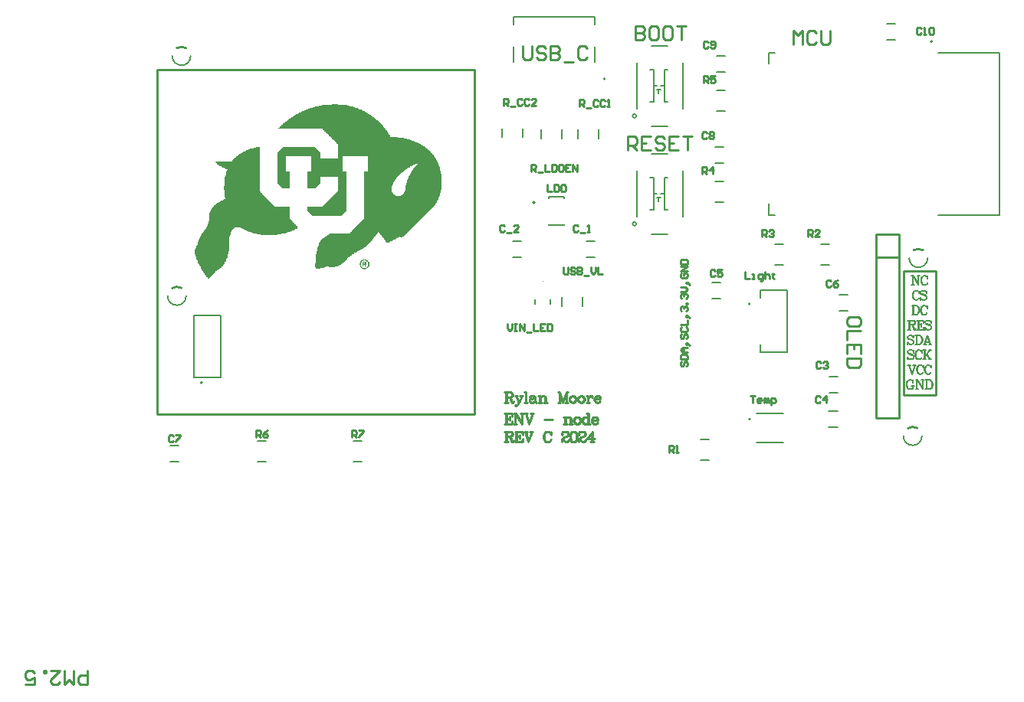
<source format=gto>
G04*
G04 #@! TF.GenerationSoftware,Altium Limited,Altium Designer,24.2.2 (26)*
G04*
G04 Layer_Color=65535*
%FSLAX44Y44*%
%MOMM*%
G71*
G04*
G04 #@! TF.SameCoordinates,46537A69-6C61-4849-90A4-6659EB9BC9F3*
G04*
G04*
G04 #@! TF.FilePolarity,Positive*
G04*
G01*
G75*
%ADD10C,0.2000*%
%ADD11C,0.1524*%
%ADD12C,0.2540*%
%ADD13C,0.1000*%
%ADD14C,0.1270*%
%ADD15C,0.1778*%
G36*
X217689Y658619D02*
X223846D01*
Y658059D01*
X227205D01*
Y657500D01*
X230004D01*
Y656940D01*
X232243D01*
Y656380D01*
X234481D01*
Y655820D01*
X236161D01*
Y655261D01*
X237840D01*
Y654701D01*
X239519D01*
Y654141D01*
X240639D01*
Y653581D01*
X241758D01*
Y653022D01*
X243437D01*
Y652462D01*
X244557D01*
Y651902D01*
X245676D01*
Y651342D01*
X246796D01*
Y650783D01*
X247915D01*
Y650223D01*
X248475D01*
Y649663D01*
X249594D01*
Y649104D01*
X250714D01*
Y648544D01*
X251833D01*
Y647984D01*
X252393D01*
Y647424D01*
X253512D01*
Y646865D01*
X254072D01*
Y646305D01*
X254632D01*
Y645745D01*
X255751D01*
Y645185D01*
X256311D01*
Y644626D01*
X256871D01*
Y644066D01*
X257990D01*
Y643506D01*
X258550D01*
Y642946D01*
X259110D01*
Y642387D01*
X259669D01*
Y641827D01*
X260789D01*
Y641267D01*
X261349D01*
Y640708D01*
X261908D01*
Y640148D01*
X262468D01*
Y639588D01*
X263028D01*
Y639028D01*
X263587D01*
Y638469D01*
X264147D01*
Y637909D01*
X264707D01*
Y637349D01*
X265267D01*
Y636790D01*
X265826D01*
Y636230D01*
X266386D01*
Y635670D01*
X266946D01*
Y634551D01*
X267506D01*
Y633991D01*
X268065D01*
Y633431D01*
X268625D01*
Y632871D01*
X269185D01*
Y632312D01*
X269745D01*
Y631752D01*
Y631192D01*
X270304D01*
Y630632D01*
X270864D01*
Y630073D01*
X271424D01*
Y628953D01*
X271984D01*
Y628394D01*
X272543D01*
Y627274D01*
X273103D01*
Y626714D01*
X273663D01*
Y625595D01*
X274223D01*
Y625035D01*
X274782D01*
Y623916D01*
X275342D01*
Y622796D01*
X283738D01*
Y622236D01*
X287656D01*
Y621677D01*
X290455D01*
Y621117D01*
X293253D01*
Y620557D01*
X295492D01*
Y619997D01*
X297171D01*
Y619438D01*
X298851D01*
Y618878D01*
X300530D01*
Y618318D01*
X301649D01*
Y617758D01*
X303329D01*
Y617199D01*
X304448D01*
Y616639D01*
X305567D01*
Y616079D01*
X307247D01*
Y615520D01*
X307806D01*
Y614960D01*
X308926D01*
Y614400D01*
X310045D01*
Y613840D01*
X311165D01*
Y613281D01*
X311725D01*
Y612721D01*
X312844D01*
Y612161D01*
X313404D01*
Y611601D01*
X313964D01*
Y611042D01*
X315083D01*
Y610482D01*
X315643D01*
Y609922D01*
X316202D01*
Y609362D01*
X316762D01*
Y608803D01*
X317322D01*
Y608243D01*
X318441D01*
Y607683D01*
X319001D01*
Y607124D01*
X319561D01*
Y606004D01*
X320121D01*
Y605444D01*
X320680D01*
Y604885D01*
X321240D01*
Y604325D01*
X321800D01*
Y603765D01*
X322360D01*
Y603205D01*
X322919D01*
Y602086D01*
X323479D01*
Y601526D01*
X324039D01*
Y600407D01*
X324598D01*
Y599847D01*
X325158D01*
Y598728D01*
X325718D01*
Y597608D01*
X326278D01*
Y597048D01*
X326837D01*
Y595929D01*
X327397D01*
Y594250D01*
X327957D01*
Y593130D01*
X328517D01*
Y591451D01*
X329076D01*
Y589772D01*
X329636D01*
Y588093D01*
X330196D01*
Y585854D01*
X330756D01*
Y582495D01*
X331315D01*
Y577458D01*
X331875D01*
Y568502D01*
X331315D01*
Y564024D01*
X330756D01*
Y561226D01*
X330196D01*
Y559546D01*
X329636D01*
Y557307D01*
X329076D01*
Y556188D01*
X328517D01*
Y554509D01*
X327957D01*
Y553389D01*
X327397D01*
Y552270D01*
X326837D01*
Y551150D01*
X326278D01*
Y550031D01*
X325718D01*
Y549471D01*
X325158D01*
Y548352D01*
X324598D01*
Y547792D01*
X324039D01*
Y546673D01*
X323479D01*
Y546113D01*
X322919D01*
Y545553D01*
X322360D01*
Y544993D01*
X321800D01*
Y544434D01*
X321240D01*
Y543874D01*
X320680D01*
Y543314D01*
X320121D01*
Y542754D01*
X319561D01*
Y542195D01*
X319001D01*
Y541635D01*
X318441D01*
Y541075D01*
X317882D01*
Y540515D01*
X317322D01*
Y539956D01*
X316762D01*
Y539396D01*
X316202D01*
Y538836D01*
X315643D01*
Y538276D01*
X315083D01*
Y537717D01*
X314523D01*
Y537157D01*
X313964D01*
Y536597D01*
X313404D01*
Y536037D01*
X312844D01*
Y535478D01*
X312284D01*
Y534918D01*
X311725D01*
Y534358D01*
X311165D01*
Y533799D01*
X310605D01*
Y533239D01*
X310045D01*
Y532679D01*
X309486D01*
Y532119D01*
X308926D01*
Y531560D01*
X308366D01*
Y531000D01*
X307806D01*
Y530440D01*
X307247D01*
Y529880D01*
X306687D01*
Y529321D01*
X306127D01*
Y528761D01*
X305567D01*
Y528201D01*
X305008D01*
Y527641D01*
X304448D01*
Y527082D01*
X303888D01*
Y526522D01*
X303329D01*
Y525962D01*
X302769D01*
Y525403D01*
X302209D01*
Y524843D01*
X301649D01*
Y524283D01*
X301090D01*
Y523723D01*
X300530D01*
Y523164D01*
X299970D01*
Y522604D01*
X299410D01*
Y522044D01*
X298851D01*
Y521484D01*
X298291D01*
Y520925D01*
X297731D01*
Y520365D01*
X297171D01*
Y519805D01*
X296612D01*
Y519245D01*
X296052D01*
Y518686D01*
X295492D01*
Y518126D01*
X294933D01*
Y517566D01*
X294373D01*
Y517007D01*
X293813D01*
Y516447D01*
X293253D01*
Y515887D01*
X292694D01*
Y515327D01*
X292134D01*
Y514768D01*
X291574D01*
Y514208D01*
X291014D01*
Y513648D01*
X290455D01*
Y513088D01*
X289895D01*
Y512529D01*
X288776D01*
Y511969D01*
X285977D01*
Y512529D01*
X284857D01*
Y511969D01*
X283738D01*
Y511409D01*
X282619D01*
Y510849D01*
X281499D01*
Y510290D01*
X280939D01*
Y509730D01*
X279820D01*
Y509170D01*
X278700D01*
Y508611D01*
X277581D01*
Y508051D01*
X276461D01*
Y507491D01*
X275342D01*
Y506931D01*
X274223D01*
Y506372D01*
X273103D01*
Y505812D01*
X271424D01*
Y506372D01*
X270864D01*
Y506931D01*
X270304D01*
Y508051D01*
X269745D01*
Y508611D01*
X269185D01*
Y509170D01*
X268625D01*
Y509730D01*
X268065D01*
Y510849D01*
X267506D01*
Y511409D01*
X266946D01*
Y511969D01*
X266386D01*
Y512529D01*
X265826D01*
Y513648D01*
X265267D01*
Y514208D01*
X264707D01*
Y514768D01*
X264147D01*
Y515327D01*
X263587D01*
Y516447D01*
X263028D01*
Y517007D01*
X262468D01*
Y517566D01*
X261349D01*
Y516447D01*
X260789D01*
Y515887D01*
X260229D01*
Y515327D01*
X259669D01*
Y514768D01*
X259110D01*
Y513648D01*
X258550D01*
Y513088D01*
X257990D01*
Y512529D01*
X257430D01*
Y511969D01*
X256871D01*
Y510849D01*
X256311D01*
Y510290D01*
X255751D01*
Y509730D01*
X255192D01*
Y508611D01*
X254632D01*
Y508051D01*
X254072D01*
Y507491D01*
X253512D01*
Y506931D01*
X252953D01*
Y506372D01*
X252393D01*
Y505812D01*
X251833D01*
Y505252D01*
X251273D01*
Y504692D01*
X250714D01*
Y504133D01*
X250154D01*
Y503573D01*
X249594D01*
Y503013D01*
X249035D01*
Y502454D01*
X248475D01*
Y501894D01*
X247915D01*
Y501334D01*
X246796D01*
Y500774D01*
X246236D01*
Y500215D01*
X245116D01*
Y499655D01*
X244557D01*
Y499095D01*
X243437D01*
Y498535D01*
X242877D01*
Y497976D01*
X241758D01*
Y497416D01*
X240639D01*
Y496856D01*
X239519D01*
Y496297D01*
X238959D01*
Y495737D01*
X237840D01*
Y495177D01*
X236720D01*
Y494617D01*
X235601D01*
Y494058D01*
X235041D01*
Y493498D01*
X233922D01*
Y492938D01*
X232802D01*
Y492378D01*
X232243D01*
Y491819D01*
X231123D01*
Y491259D01*
X230563D01*
Y490699D01*
X230004D01*
Y490139D01*
X229444D01*
Y489580D01*
X228324D01*
Y489020D01*
X227765D01*
Y487901D01*
X227205D01*
Y487341D01*
X226645D01*
Y486781D01*
X226085D01*
Y486221D01*
X225526D01*
Y485662D01*
X224966D01*
Y485102D01*
X224406D01*
Y484542D01*
X223846D01*
Y483982D01*
X222727D01*
Y483423D01*
X222167D01*
Y482863D01*
X221608D01*
Y482303D01*
X220488D01*
Y481743D01*
X219928D01*
Y481184D01*
X218809D01*
Y480624D01*
X217689D01*
Y480064D01*
X216010D01*
Y479505D01*
X213771D01*
Y478945D01*
X207055D01*
Y479505D01*
X203696D01*
Y478945D01*
X202017D01*
Y478385D01*
X199778D01*
Y477825D01*
X197539D01*
Y477266D01*
X192502D01*
Y478945D01*
X191942D01*
Y483423D01*
X192502D01*
Y489020D01*
X193061D01*
Y492938D01*
X193621D01*
Y496297D01*
X194181D01*
Y499095D01*
X194740D01*
Y500774D01*
X195300D01*
Y503013D01*
X195860D01*
Y504133D01*
X196420D01*
Y505812D01*
X196979D01*
Y506931D01*
X197539D01*
Y508051D01*
X198099D01*
Y508611D01*
X198659D01*
Y509170D01*
X199218D01*
Y509730D01*
X199778D01*
Y510290D01*
X200338D01*
Y510849D01*
X201457D01*
Y511409D01*
X202017D01*
Y511969D01*
X203136D01*
Y512529D01*
X203696D01*
Y513088D01*
X204816D01*
Y513648D01*
X205375D01*
Y514208D01*
X206495D01*
Y514768D01*
X207055D01*
Y515327D01*
X208174D01*
Y515887D01*
X230004D01*
Y516447D01*
X230563D01*
Y517007D01*
X231123D01*
Y517566D01*
X231683D01*
Y518126D01*
X232243D01*
Y518686D01*
X232802D01*
Y519245D01*
X233362D01*
Y519805D01*
X233922D01*
Y520365D01*
X234481D01*
Y520925D01*
X235041D01*
Y521484D01*
X235601D01*
Y522044D01*
X236161D01*
Y522604D01*
X236720D01*
Y523164D01*
X237280D01*
Y523723D01*
X237840D01*
Y524283D01*
X238400D01*
Y524843D01*
X238959D01*
Y525403D01*
X239519D01*
Y525962D01*
X240079D01*
Y526522D01*
X240639D01*
Y527082D01*
X241198D01*
Y527641D01*
X241758D01*
Y528201D01*
X242318D01*
Y528761D01*
X242877D01*
Y529321D01*
X243437D01*
Y529880D01*
X243997D01*
Y530440D01*
X244557D01*
Y531000D01*
X245116D01*
Y531560D01*
X245676D01*
Y532119D01*
X246236D01*
Y584734D01*
X250714D01*
Y601526D01*
X222167D01*
Y584734D01*
X226645D01*
Y541075D01*
X226085D01*
Y540515D01*
X225526D01*
Y539956D01*
X224966D01*
Y539396D01*
X224406D01*
Y538836D01*
X223846D01*
Y538276D01*
X223287D01*
Y537717D01*
X222727D01*
Y537157D01*
X222167D01*
Y536597D01*
X221608D01*
Y536037D01*
X221048D01*
Y535478D01*
X189143D01*
Y536037D01*
X188583D01*
Y536597D01*
X188024D01*
Y537157D01*
X187464D01*
Y537717D01*
X186904D01*
Y538276D01*
X186344D01*
Y538836D01*
X185785D01*
Y539396D01*
X185225D01*
Y539956D01*
X184665D01*
Y540515D01*
X184105D01*
Y541075D01*
X183546D01*
Y546113D01*
X200898D01*
Y546673D01*
X201457D01*
Y547232D01*
X202017D01*
Y547792D01*
X202577D01*
Y548352D01*
X203136D01*
Y548911D01*
X203696D01*
Y549471D01*
X204256D01*
Y550031D01*
X204816D01*
Y550591D01*
X205375D01*
Y551150D01*
X205935D01*
Y551710D01*
X206495D01*
Y552270D01*
X207055D01*
Y552830D01*
X207614D01*
Y553389D01*
X208174D01*
Y553949D01*
X208734D01*
Y554509D01*
X209293D01*
Y555068D01*
X209853D01*
Y555628D01*
X210413D01*
Y556188D01*
X210973D01*
Y556748D01*
X211532D01*
Y557307D01*
X212092D01*
Y557867D01*
X212652D01*
Y558427D01*
X213212D01*
Y558987D01*
X213771D01*
Y559546D01*
X214331D01*
Y560106D01*
X214891D01*
Y560666D01*
X215450D01*
Y561226D01*
X216010D01*
Y561785D01*
X216570D01*
Y562345D01*
X217130D01*
Y578577D01*
X197539D01*
Y571301D01*
X196979D01*
Y570741D01*
X196420D01*
Y570181D01*
X195860D01*
Y569622D01*
X195300D01*
Y569062D01*
X194740D01*
Y568502D01*
X194181D01*
Y567942D01*
X193621D01*
Y567383D01*
X193061D01*
Y566823D01*
X192502D01*
Y566263D01*
X191942D01*
Y565703D01*
X183546D01*
Y584734D01*
X188024D01*
Y601526D01*
X159477D01*
Y584734D01*
X163955D01*
Y565703D01*
X156119D01*
Y566263D01*
X155559D01*
Y566823D01*
X154999D01*
Y567383D01*
X154440D01*
Y567942D01*
X153880D01*
Y568502D01*
X153320D01*
Y569062D01*
X152760D01*
Y569622D01*
X152201D01*
Y570181D01*
X151641D01*
Y570741D01*
X151081D01*
Y571301D01*
X150521D01*
Y606004D01*
X151081D01*
Y606564D01*
X151641D01*
Y607124D01*
X152201D01*
Y607683D01*
X152760D01*
Y608243D01*
X153320D01*
Y608803D01*
X153880D01*
Y609362D01*
X154440D01*
Y609922D01*
X154999D01*
Y610482D01*
X155559D01*
Y611042D01*
X156119D01*
Y611601D01*
X191942D01*
Y611042D01*
X192502D01*
Y610482D01*
X193061D01*
Y609922D01*
X193621D01*
Y609362D01*
X194181D01*
Y608803D01*
X194740D01*
Y608243D01*
X195300D01*
Y607683D01*
X195860D01*
Y607124D01*
X196420D01*
Y606564D01*
X196979D01*
Y606004D01*
X197539D01*
Y598728D01*
X217130D01*
Y615520D01*
X216010D01*
Y616079D01*
X215450D01*
Y617199D01*
X214891D01*
Y617758D01*
X214331D01*
Y618318D01*
X213212D01*
Y619438D01*
X212092D01*
Y619997D01*
X211532D01*
Y620557D01*
X210973D01*
Y621677D01*
X210413D01*
Y622236D01*
X209853D01*
Y622796D01*
X208734D01*
Y623916D01*
X207614D01*
Y624475D01*
X207055D01*
Y625035D01*
X206495D01*
Y626155D01*
X205935D01*
Y626714D01*
X205375D01*
Y627274D01*
X204256D01*
Y628394D01*
X203136D01*
Y628953D01*
X202577D01*
Y630073D01*
X201457D01*
Y630632D01*
X200898D01*
Y631192D01*
X200338D01*
Y631752D01*
X151081D01*
Y632312D01*
X151641D01*
Y632871D01*
X152201D01*
Y633431D01*
X152760D01*
Y633991D01*
X153320D01*
Y634551D01*
X153880D01*
Y635110D01*
X154440D01*
Y635670D01*
X154999D01*
Y636230D01*
X155559D01*
Y636790D01*
X156119D01*
Y637349D01*
X156679D01*
Y637909D01*
X157238D01*
Y638469D01*
X158358D01*
Y639028D01*
X158918D01*
Y639588D01*
X159477D01*
Y640148D01*
X160597D01*
Y640708D01*
X161156D01*
Y641267D01*
X161716D01*
Y641827D01*
X162276D01*
Y642387D01*
X163395D01*
Y642946D01*
X163955D01*
Y643506D01*
X165075D01*
Y644066D01*
X165634D01*
Y644626D01*
X166754D01*
Y645185D01*
X167313D01*
Y645745D01*
X168433D01*
Y646305D01*
X169552D01*
Y646865D01*
X170112D01*
Y647424D01*
X171232D01*
Y647984D01*
X172351D01*
Y648544D01*
X173470D01*
Y649104D01*
X174590D01*
Y649663D01*
X175709D01*
Y650223D01*
X176829D01*
Y650783D01*
X177948D01*
Y651342D01*
X179068D01*
Y651902D01*
X180187D01*
Y652462D01*
X181866D01*
Y653022D01*
X182986D01*
Y653581D01*
X184665D01*
Y654141D01*
X186344D01*
Y654701D01*
X188024D01*
Y655261D01*
X189703D01*
Y655820D01*
X191942D01*
Y656380D01*
X193621D01*
Y656940D01*
X196420D01*
Y657500D01*
X199218D01*
Y658059D01*
X203136D01*
Y658619D01*
X210413D01*
Y659179D01*
X217689D01*
Y658619D01*
D02*
G37*
G36*
X130931Y562345D02*
X131491D01*
Y561785D01*
X132050D01*
Y561226D01*
X132610D01*
Y560666D01*
X133170D01*
Y560106D01*
X133729D01*
Y559546D01*
X134289D01*
Y558987D01*
X134849D01*
Y558427D01*
X135409D01*
Y557867D01*
X135968D01*
Y557307D01*
X136528D01*
Y556748D01*
X137088D01*
Y556188D01*
X137648D01*
Y555628D01*
X138207D01*
Y555068D01*
X138767D01*
Y554509D01*
X139327D01*
Y553949D01*
X139887D01*
Y553389D01*
X140446D01*
Y552830D01*
X141006D01*
Y552270D01*
X141566D01*
Y551710D01*
X142126D01*
Y551150D01*
X142685D01*
Y550591D01*
X143245D01*
Y550031D01*
X143805D01*
Y549471D01*
X144364D01*
Y548911D01*
X144924D01*
Y548352D01*
X145484D01*
Y547792D01*
X146044D01*
Y547232D01*
X146603D01*
Y546673D01*
X147163D01*
Y546113D01*
X163955D01*
Y532119D01*
X164515D01*
Y531560D01*
X165075D01*
Y531000D01*
X165634D01*
Y530440D01*
X166194D01*
Y529880D01*
X166754D01*
Y529321D01*
X167313D01*
Y528761D01*
X167873D01*
Y528201D01*
X168433D01*
Y527641D01*
X168993D01*
Y527082D01*
X169552D01*
Y526522D01*
X170112D01*
Y525962D01*
X170672D01*
Y525403D01*
X171232D01*
Y524843D01*
X171791D01*
Y524283D01*
X172351D01*
Y523723D01*
X172911D01*
Y523164D01*
X173470D01*
Y522604D01*
X172911D01*
Y522044D01*
X172351D01*
Y521484D01*
X171232D01*
Y520925D01*
X170112D01*
Y520365D01*
X168993D01*
Y519805D01*
X167313D01*
Y519245D01*
X166194D01*
Y518686D01*
X165075D01*
Y518126D01*
X163395D01*
Y517566D01*
X161156D01*
Y517007D01*
X159477D01*
Y516447D01*
X157238D01*
Y515887D01*
X154440D01*
Y515327D01*
X150521D01*
Y514768D01*
X144364D01*
Y514208D01*
X139887D01*
Y514768D01*
X139327D01*
Y514208D01*
X137648D01*
Y514768D01*
X131491D01*
Y515327D01*
X127572D01*
Y515887D01*
X125333D01*
Y516447D01*
X123095D01*
Y517007D01*
X121415D01*
Y517566D01*
X119736D01*
Y518126D01*
X118617D01*
Y518686D01*
X116938D01*
Y519245D01*
X115818D01*
Y519805D01*
X114699D01*
Y520365D01*
X113579D01*
Y520925D01*
X112460D01*
Y521484D01*
X111340D01*
Y522044D01*
X109661D01*
Y522604D01*
X107982D01*
Y523164D01*
X105183D01*
Y522604D01*
X103504D01*
Y522044D01*
X102385D01*
Y521484D01*
X101825D01*
Y520925D01*
X101265D01*
Y520365D01*
X100705D01*
Y519245D01*
X100146D01*
Y518686D01*
X99586D01*
Y517566D01*
X99026D01*
Y516447D01*
X98466D01*
Y514768D01*
X97907D01*
Y512529D01*
X97347D01*
Y508611D01*
X96787D01*
Y496856D01*
X96227D01*
Y493498D01*
X95668D01*
Y491259D01*
X95108D01*
Y489020D01*
X94548D01*
Y487901D01*
X93989D01*
Y486221D01*
X93429D01*
Y485102D01*
X92869D01*
Y484542D01*
X92309D01*
Y483423D01*
X91749D01*
Y482303D01*
X91190D01*
Y481743D01*
X90630D01*
Y480624D01*
X90070D01*
Y480064D01*
X89511D01*
Y479505D01*
X88951D01*
Y478945D01*
X88391D01*
Y478385D01*
X87831D01*
Y477825D01*
X86712D01*
Y477266D01*
X86152D01*
Y476706D01*
X85592D01*
Y476146D01*
X84473D01*
Y475586D01*
X83354D01*
Y475027D01*
X82794D01*
Y474467D01*
X82234D01*
Y473907D01*
X81674D01*
Y473347D01*
X81115D01*
Y472228D01*
X80555D01*
Y471668D01*
X79995D01*
Y471109D01*
X79435D01*
Y470549D01*
X78876D01*
Y469989D01*
X78316D01*
Y469429D01*
X77756D01*
Y468870D01*
X77196D01*
Y468310D01*
X76637D01*
Y467750D01*
X76077D01*
Y467190D01*
X75517D01*
Y466631D01*
X74958D01*
Y466071D01*
X74398D01*
Y466631D01*
X73838D01*
Y467190D01*
X73278D01*
Y467750D01*
X72719D01*
Y468310D01*
X72159D01*
Y469429D01*
X71599D01*
Y469989D01*
X71039D01*
Y470549D01*
X70480D01*
Y471668D01*
X69920D01*
Y472228D01*
X69360D01*
Y473347D01*
X68801D01*
Y473907D01*
X68241D01*
Y475027D01*
X67681D01*
Y475586D01*
X67121D01*
Y476706D01*
X66562D01*
Y477266D01*
X66002D01*
Y478385D01*
X65442D01*
Y479505D01*
X64882D01*
Y480624D01*
X64323D01*
Y481184D01*
X63763D01*
Y482303D01*
X63203D01*
Y483423D01*
X62643D01*
Y485102D01*
X62084D01*
Y486221D01*
X61524D01*
Y487341D01*
X60964D01*
Y489020D01*
X60405D01*
Y490699D01*
X59845D01*
Y493498D01*
X59285D01*
Y497976D01*
X59845D01*
Y500215D01*
X60405D01*
Y501334D01*
X60964D01*
Y502454D01*
X61524D01*
Y503573D01*
X62084D01*
Y504692D01*
X62643D01*
Y506931D01*
X63203D01*
Y509170D01*
X63763D01*
Y510290D01*
X64323D01*
Y511409D01*
X64882D01*
Y513088D01*
X65442D01*
Y513648D01*
X66002D01*
Y514768D01*
X66562D01*
Y515327D01*
X67121D01*
Y516447D01*
X67681D01*
Y517007D01*
X68241D01*
Y517566D01*
X68801D01*
Y518126D01*
X69360D01*
Y519245D01*
X69920D01*
Y519805D01*
X70480D01*
Y520365D01*
X71039D01*
Y521484D01*
X71599D01*
Y522044D01*
X72159D01*
Y523164D01*
X72719D01*
Y524283D01*
X73278D01*
Y525403D01*
X73838D01*
Y527082D01*
X74398D01*
Y529880D01*
X74958D01*
Y536597D01*
X75517D01*
Y538836D01*
X76077D01*
Y540515D01*
X76637D01*
Y541635D01*
X77196D01*
Y542754D01*
X77756D01*
Y543874D01*
X78316D01*
Y544434D01*
X78876D01*
Y544993D01*
X79435D01*
Y546113D01*
X79995D01*
Y546673D01*
X80555D01*
Y547232D01*
X81115D01*
Y547792D01*
X81674D01*
Y548352D01*
X82794D01*
Y548911D01*
X83354D01*
Y549471D01*
X83913D01*
Y550031D01*
X85033D01*
Y550591D01*
X85592D01*
Y551150D01*
X86712D01*
Y551710D01*
X87831D01*
Y552270D01*
X88951D01*
Y552830D01*
X90070D01*
Y553389D01*
X91190D01*
Y553949D01*
X92309D01*
Y554509D01*
X92869D01*
Y555628D01*
X92309D01*
Y559546D01*
X91749D01*
Y564584D01*
X91190D01*
Y568502D01*
X91749D01*
Y575219D01*
X92309D01*
Y578577D01*
X92869D01*
Y580816D01*
X93429D01*
Y583055D01*
X93989D01*
Y584734D01*
X94548D01*
Y586413D01*
X95108D01*
Y586973D01*
X93989D01*
Y587533D01*
X92869D01*
Y588093D01*
X91749D01*
Y588652D01*
X90070D01*
Y589212D01*
X89511D01*
Y589772D01*
X88391D01*
Y590332D01*
X87272D01*
Y590891D01*
X86152D01*
Y591451D01*
X85592D01*
Y592011D01*
X85033D01*
Y592570D01*
X83913D01*
Y593130D01*
X83354D01*
Y593690D01*
X82794D01*
Y594809D01*
X82234D01*
Y595929D01*
X89511D01*
Y595369D01*
X99586D01*
Y595929D01*
X100705D01*
Y597048D01*
X101265D01*
Y597608D01*
X101825D01*
Y598168D01*
X102385D01*
Y598728D01*
X102944D01*
Y599287D01*
X103504D01*
Y599847D01*
X104064D01*
Y600407D01*
X104623D01*
Y600966D01*
X105183D01*
Y601526D01*
X105743D01*
Y602086D01*
X106303D01*
Y602646D01*
X107422D01*
Y603205D01*
X107982D01*
Y603765D01*
X108541D01*
Y604325D01*
X109661D01*
Y604885D01*
X110780D01*
Y605444D01*
X111340D01*
Y606004D01*
X112460D01*
Y606564D01*
X113579D01*
Y607124D01*
X114699D01*
Y607683D01*
X115818D01*
Y608243D01*
X116938D01*
Y608803D01*
X118617D01*
Y609362D01*
X120296D01*
Y609922D01*
X121975D01*
Y610482D01*
X124214D01*
Y611042D01*
X127013D01*
Y611601D01*
X130931D01*
Y562345D01*
D02*
G37*
G36*
X249035Y486781D02*
X250154D01*
Y486221D01*
X250714D01*
Y485102D01*
X251273D01*
Y484542D01*
X251833D01*
Y480064D01*
X251273D01*
Y478945D01*
X250714D01*
Y478385D01*
X250154D01*
Y477825D01*
X249035D01*
Y477266D01*
X247915D01*
Y476706D01*
X247355D01*
Y477266D01*
X246796D01*
Y476706D01*
X245676D01*
Y477266D01*
X243997D01*
Y477825D01*
X243437D01*
Y478385D01*
X242877D01*
Y478945D01*
X242318D01*
Y479505D01*
X241758D01*
Y481743D01*
X241198D01*
Y482863D01*
X241758D01*
Y484542D01*
X242318D01*
Y485662D01*
X242877D01*
Y486221D01*
X243437D01*
Y486781D01*
X244557D01*
Y487341D01*
X249035D01*
Y486781D01*
D02*
G37*
%LPC*%
G36*
X305567Y593130D02*
X303329D01*
Y592570D01*
X302209D01*
Y592011D01*
X300530D01*
Y591451D01*
X299410D01*
Y590891D01*
X298291D01*
Y590332D01*
X297171D01*
Y589772D01*
X296612D01*
Y589212D01*
X295492D01*
Y588652D01*
X294373D01*
Y588093D01*
X293813D01*
Y587533D01*
X292694D01*
Y586973D01*
X292134D01*
Y586413D01*
X291014D01*
Y585854D01*
X290455D01*
Y585294D01*
X289895D01*
Y584734D01*
X289335D01*
Y584174D01*
X288216D01*
Y583615D01*
X287656D01*
Y583055D01*
X287096D01*
Y582495D01*
X286537D01*
Y581936D01*
X285977D01*
Y581376D01*
X285417D01*
Y580816D01*
X284857D01*
Y580256D01*
X284298D01*
Y579697D01*
X283738D01*
Y579137D01*
X283178D01*
Y578577D01*
X282619D01*
Y578018D01*
X282059D01*
Y576898D01*
X281499D01*
Y576338D01*
X280939D01*
Y575779D01*
X280380D01*
Y574659D01*
X279820D01*
Y573540D01*
X279260D01*
Y572980D01*
X278700D01*
Y571860D01*
X278141D01*
Y570181D01*
X277581D01*
Y568502D01*
X277021D01*
Y561785D01*
X277581D01*
Y560666D01*
X278141D01*
Y560106D01*
X278700D01*
Y559546D01*
X279260D01*
Y558987D01*
X279820D01*
Y558427D01*
X280939D01*
Y557867D01*
X282619D01*
Y557307D01*
X285417D01*
Y557867D01*
X287096D01*
Y558427D01*
X288216D01*
Y558987D01*
X288776D01*
Y559546D01*
X289335D01*
Y560106D01*
X289895D01*
Y560666D01*
X290455D01*
Y561785D01*
X291014D01*
Y563464D01*
X291574D01*
Y566823D01*
X292134D01*
Y569622D01*
X292694D01*
Y571860D01*
X293253D01*
Y574099D01*
X293813D01*
Y575219D01*
X294373D01*
Y576898D01*
X294933D01*
Y578018D01*
X295492D01*
Y579697D01*
X296052D01*
Y580816D01*
X296612D01*
Y581936D01*
X297171D01*
Y582495D01*
X297731D01*
Y583615D01*
X298291D01*
Y584734D01*
X298851D01*
Y585294D01*
X299410D01*
Y586413D01*
X299970D01*
Y586973D01*
X300530D01*
Y588093D01*
X301090D01*
Y588652D01*
X301649D01*
Y589212D01*
X302209D01*
Y589772D01*
X302769D01*
Y590332D01*
X303329D01*
Y590891D01*
X303888D01*
Y591451D01*
X304448D01*
Y592570D01*
X305567D01*
Y593130D01*
D02*
G37*
G36*
X247915Y486221D02*
X245116D01*
Y485662D01*
X243997D01*
Y485102D01*
X243437D01*
Y483982D01*
X242877D01*
Y480064D01*
X243437D01*
Y479505D01*
X243997D01*
Y478945D01*
X244557D01*
Y478385D01*
X248475D01*
Y478945D01*
X249594D01*
Y479505D01*
X250154D01*
Y480624D01*
X250714D01*
Y483423D01*
X250154D01*
Y484542D01*
X249594D01*
Y485102D01*
X249035D01*
Y485662D01*
X247915D01*
Y486221D01*
D02*
G37*
%LPD*%
G36*
Y484542D02*
X248475D01*
Y483982D01*
X249035D01*
Y482863D01*
X248475D01*
Y481743D01*
X247915D01*
Y480624D01*
X248475D01*
Y479505D01*
X247355D01*
Y480064D01*
X246796D01*
Y481184D01*
X246236D01*
Y481743D01*
X245676D01*
Y478945D01*
X245116D01*
Y479505D01*
X244557D01*
Y480064D01*
Y485102D01*
X247915D01*
Y484542D01*
D02*
G37*
%LPC*%
G36*
X247355Y483982D02*
X245676D01*
Y483423D01*
Y482863D01*
X247355D01*
Y483982D01*
D02*
G37*
%LPD*%
D10*
X67548Y351160D02*
G03*
X67548Y351160I-1000J0D01*
G01*
X874020Y728374D02*
G03*
X874020Y728374I-1000J0D01*
G01*
X434780Y550520D02*
G03*
X434780Y550520I-1000J0D01*
G01*
X512680Y687070D02*
G03*
X512680Y687070I-1000J0D01*
G01*
X672610Y438150D02*
G03*
X672610Y438150I-1000J0D01*
G01*
X673140Y310990D02*
G03*
X673140Y310990I-1000J0D01*
G01*
X451730Y437940D02*
Y443440D01*
X434730Y437940D02*
Y443440D01*
D11*
X848360Y488950D02*
G03*
X868680Y488950I10160J0D01*
G01*
X34290Y712470D02*
G03*
X54610Y712470I10160J0D01*
G01*
X29210Y447040D02*
G03*
X49530Y447040I10160J0D01*
G01*
X842010Y292100D02*
G03*
X862330Y292100I10160J0D01*
G01*
X546878Y526796D02*
G03*
X546878Y526796I-2048J0D01*
G01*
Y646176D02*
G03*
X546878Y646176I-2048J0D01*
G01*
X233934Y286579D02*
X243586D01*
X233934Y263779D02*
X243586D01*
X128524Y286579D02*
X138176D01*
X128524Y263779D02*
X138176D01*
X823214Y730250D02*
X832866D01*
X823214Y748030D02*
X832866D01*
X630174Y444500D02*
X639826D01*
X630174Y462280D02*
X639826D01*
X617474Y288260D02*
X627126D01*
X617474Y265460D02*
X627126D01*
X32004Y264160D02*
X41656D01*
X32004Y281940D02*
X41656D01*
X563880Y604520D02*
X581660D01*
X563880Y515620D02*
X581660D01*
X577850Y542290D02*
X581152D01*
X577850Y577850D02*
X581152D01*
X562356D02*
X565912D01*
X562356Y542290D02*
X565912D01*
X569468Y555752D02*
X573532D01*
X571500Y551688D02*
Y555752D01*
X598170Y534670D02*
Y585470D01*
X547370Y534670D02*
Y585470D01*
X577850Y542290D02*
Y577850D01*
X565912Y542290D02*
Y577850D01*
X566018Y560075D02*
X569574D01*
X573638Y559948D02*
X577702D01*
X563880Y723900D02*
X581660D01*
X563880Y635000D02*
X581660D01*
X577850Y661670D02*
X581152D01*
X577850Y697230D02*
X581152D01*
X562356D02*
X565912D01*
X562356Y661670D02*
X565912D01*
X569468Y675132D02*
X573532D01*
X571500Y671068D02*
Y675132D01*
X598170Y654050D02*
Y704850D01*
X547370Y654050D02*
Y704850D01*
X577850Y661670D02*
Y697230D01*
X565912Y661670D02*
Y697230D01*
X566018Y679455D02*
X569574D01*
X573638Y679328D02*
X577702D01*
X441990Y621284D02*
Y630936D01*
X464790Y621284D02*
Y630936D01*
X633984Y574010D02*
X643636D01*
X633984Y551210D02*
X643636D01*
X633984Y594360D02*
X643636D01*
X633984Y612140D02*
X643636D01*
X635254Y674340D02*
X644906D01*
X635254Y651540D02*
X644906D01*
X635254Y694690D02*
X644906D01*
X635254Y712470D02*
X644906D01*
X771144Y448310D02*
X780796D01*
X771144Y430530D02*
X780796D01*
X410464Y490220D02*
X420116D01*
X410464Y508000D02*
X420116D01*
X750824Y504160D02*
X760476D01*
X750824Y481360D02*
X760476D01*
X491744Y490220D02*
X501396D01*
X491744Y508000D02*
X501396D01*
X700024Y504160D02*
X709676D01*
X700024Y481360D02*
X709676D01*
X464850Y435864D02*
Y445516D01*
X487650Y435864D02*
Y445516D01*
X759460Y302260D02*
X769112D01*
X759460Y320040D02*
X769112D01*
X759714Y340360D02*
X769366D01*
X759714Y358140D02*
X769366D01*
X482630Y621284D02*
Y630936D01*
X505430Y621284D02*
Y630936D01*
X398810Y622554D02*
Y632206D01*
X421610Y622554D02*
Y632206D01*
D12*
X863600Y497749D02*
G03*
X853440Y497749I-5080J-8799D01*
G01*
X49530Y721269D02*
G03*
X39370Y721269I-5080J-8799D01*
G01*
X44450Y455839D02*
G03*
X34290Y455839I-5080J-8799D01*
G01*
X857250Y300899D02*
G03*
X847090Y300899I-5080J-8799D01*
G01*
X18020Y316470D02*
X368540D01*
X18020Y697470D02*
X368540D01*
Y316470D02*
Y697470D01*
X18020Y316470D02*
Y697470D01*
X842010Y337820D02*
X877570D01*
X842010Y474980D02*
X877570D01*
Y337820D02*
Y474980D01*
X842010Y337820D02*
Y474980D01*
X812036Y312420D02*
X837436D01*
X812036D02*
Y515620D01*
X837436D01*
Y312420D02*
Y515620D01*
X812036Y490220D02*
X837436D01*
X402952Y340605D02*
Y329177D01*
X403497Y340605D02*
Y329177D01*
X401320Y340605D02*
X407850D01*
X409482Y340061D01*
X410027Y339517D01*
X410571Y338428D01*
Y337340D01*
X410027Y336251D01*
X409482Y335707D01*
X407850Y335163D01*
X403497D01*
X407850Y340605D02*
X408938Y340061D01*
X409482Y339517D01*
X410027Y338428D01*
Y337340D01*
X409482Y336251D01*
X408938Y335707D01*
X407850Y335163D01*
X401320Y329177D02*
X405129D01*
X406217Y335163D02*
X407306Y334619D01*
X407850Y334075D01*
X409482Y330266D01*
X410027Y329721D01*
X410571D01*
X411115Y330266D01*
X407306Y334619D02*
X407850Y333531D01*
X408938Y329721D01*
X409482Y329177D01*
X410571D01*
X411115Y330266D01*
Y330810D01*
X413673Y336796D02*
X416938Y329177D01*
X414217Y336796D02*
X416938Y330266D01*
X420203Y336796D02*
X416938Y329177D01*
X415849Y327001D01*
X414761Y325912D01*
X413673Y325368D01*
X413129D01*
X412584Y325912D01*
X413129Y326456D01*
X413673Y325912D01*
X412584Y336796D02*
X415849D01*
X418026D02*
X421291D01*
X424502Y340605D02*
Y329177D01*
X425046Y340605D02*
Y329177D01*
X422869Y340605D02*
X425046D01*
X422869Y329177D02*
X426678D01*
X429834Y335707D02*
Y335163D01*
X429290D01*
Y335707D01*
X429834Y336251D01*
X430923Y336796D01*
X433100D01*
X434188Y336251D01*
X434732Y335707D01*
X435276Y334619D01*
Y330810D01*
X435820Y329721D01*
X436365Y329177D01*
X434732Y335707D02*
Y330810D01*
X435276Y329721D01*
X436365Y329177D01*
X436909D01*
X434732Y334619D02*
X434188Y334075D01*
X430923Y333531D01*
X429290Y332986D01*
X428746Y331898D01*
Y330810D01*
X429290Y329721D01*
X430923Y329177D01*
X432555D01*
X433644Y329721D01*
X434732Y330810D01*
X430923Y333531D02*
X429834Y332986D01*
X429290Y331898D01*
Y330810D01*
X429834Y329721D01*
X430923Y329177D01*
X440174Y336796D02*
Y329177D01*
X440718Y336796D02*
Y329177D01*
Y335163D02*
X441806Y336251D01*
X443439Y336796D01*
X444527D01*
X446160Y336251D01*
X446704Y335163D01*
Y329177D01*
X444527Y336796D02*
X445615Y336251D01*
X446160Y335163D01*
Y329177D01*
X438541Y336796D02*
X440718D01*
X438541Y329177D02*
X442350D01*
X444527D02*
X448336D01*
X461723Y340605D02*
Y329177D01*
X462267Y340605D02*
X465532Y330810D01*
X461723Y340605D02*
X465532Y329177D01*
X469341Y340605D02*
X465532Y329177D01*
X469341Y340605D02*
Y329177D01*
X469885Y340605D02*
Y329177D01*
X460090Y340605D02*
X462267D01*
X469341D02*
X471518D01*
X460090Y329177D02*
X463355D01*
X467709D02*
X471518D01*
X476089Y336796D02*
X474456Y336251D01*
X473368Y335163D01*
X472824Y333531D01*
Y332442D01*
X473368Y330810D01*
X474456Y329721D01*
X476089Y329177D01*
X477177D01*
X478810Y329721D01*
X479898Y330810D01*
X480442Y332442D01*
Y333531D01*
X479898Y335163D01*
X478810Y336251D01*
X477177Y336796D01*
X476089D01*
X475000Y336251D01*
X473912Y335163D01*
X473368Y333531D01*
Y332442D01*
X473912Y330810D01*
X475000Y329721D01*
X476089Y329177D01*
X477177D02*
X478265Y329721D01*
X479354Y330810D01*
X479898Y332442D01*
Y333531D01*
X479354Y335163D01*
X478265Y336251D01*
X477177Y336796D01*
X485394D02*
X483762Y336251D01*
X482673Y335163D01*
X482129Y333531D01*
Y332442D01*
X482673Y330810D01*
X483762Y329721D01*
X485394Y329177D01*
X486482D01*
X488115Y329721D01*
X489203Y330810D01*
X489748Y332442D01*
Y333531D01*
X489203Y335163D01*
X488115Y336251D01*
X486482Y336796D01*
X485394D01*
X484306Y336251D01*
X483217Y335163D01*
X482673Y333531D01*
Y332442D01*
X483217Y330810D01*
X484306Y329721D01*
X485394Y329177D01*
X486482D02*
X487571Y329721D01*
X488659Y330810D01*
X489203Y332442D01*
Y333531D01*
X488659Y335163D01*
X487571Y336251D01*
X486482Y336796D01*
X493067D02*
Y329177D01*
X493611Y336796D02*
Y329177D01*
Y333531D02*
X494155Y335163D01*
X495244Y336251D01*
X496332Y336796D01*
X497964D01*
X498509Y336251D01*
Y335707D01*
X497964Y335163D01*
X497420Y335707D01*
X497964Y336251D01*
X491434Y336796D02*
X493611D01*
X491434Y329177D02*
X495244D01*
X500794Y333531D02*
X507324D01*
Y334619D01*
X506780Y335707D01*
X506236Y336251D01*
X505147Y336796D01*
X503515D01*
X501882Y336251D01*
X500794Y335163D01*
X500250Y333531D01*
Y332442D01*
X500794Y330810D01*
X501882Y329721D01*
X503515Y329177D01*
X504603D01*
X506236Y329721D01*
X507324Y330810D01*
X506780Y333531D02*
Y335163D01*
X506236Y336251D01*
X503515Y336796D02*
X502427Y336251D01*
X501338Y335163D01*
X500794Y333531D01*
Y332442D01*
X501338Y330810D01*
X502427Y329721D01*
X503515Y329177D01*
X402952Y316987D02*
Y305559D01*
X403497Y316987D02*
Y305559D01*
X406762Y313722D02*
Y309368D01*
X401320Y316987D02*
X410027D01*
Y313722D01*
X409482Y316987D01*
X403497Y311545D02*
X406762D01*
X401320Y305559D02*
X410027D01*
Y308824D01*
X409482Y305559D01*
X413237Y316987D02*
Y305559D01*
X413782Y316987D02*
X420312Y306647D01*
X413782Y315898D02*
X420312Y305559D01*
Y316987D02*
Y305559D01*
X411605Y316987D02*
X413782D01*
X418679D02*
X421944D01*
X411605Y305559D02*
X414870D01*
X424447Y316987D02*
X428256Y305559D01*
X424991Y316987D02*
X428256Y307192D01*
X432066Y316987D02*
X428256Y305559D01*
X423359Y316987D02*
X426624D01*
X429889D02*
X433154D01*
X444908Y310457D02*
X454703D01*
X468089Y313178D02*
Y305559D01*
X468634Y313178D02*
Y305559D01*
Y311545D02*
X469722Y312633D01*
X471354Y313178D01*
X472443D01*
X474075Y312633D01*
X474619Y311545D01*
Y305559D01*
X472443Y313178D02*
X473531Y312633D01*
X474075Y311545D01*
Y305559D01*
X466457Y313178D02*
X468634D01*
X466457Y305559D02*
X470266D01*
X472443D02*
X476252D01*
X480986Y313178D02*
X479354Y312633D01*
X478265Y311545D01*
X477721Y309912D01*
Y308824D01*
X478265Y307192D01*
X479354Y306103D01*
X480986Y305559D01*
X482075D01*
X483707Y306103D01*
X484795Y307192D01*
X485340Y308824D01*
Y309912D01*
X484795Y311545D01*
X483707Y312633D01*
X482075Y313178D01*
X480986D01*
X479898Y312633D01*
X478810Y311545D01*
X478265Y309912D01*
Y308824D01*
X478810Y307192D01*
X479898Y306103D01*
X480986Y305559D01*
X482075D02*
X483163Y306103D01*
X484251Y307192D01*
X484795Y308824D01*
Y309912D01*
X484251Y311545D01*
X483163Y312633D01*
X482075Y313178D01*
X493557Y316987D02*
Y305559D01*
X494101Y316987D02*
Y305559D01*
X493557Y311545D02*
X492468Y312633D01*
X491380Y313178D01*
X490292D01*
X488659Y312633D01*
X487571Y311545D01*
X487027Y309912D01*
Y308824D01*
X487571Y307192D01*
X488659Y306103D01*
X490292Y305559D01*
X491380D01*
X492468Y306103D01*
X493557Y307192D01*
X490292Y313178D02*
X489203Y312633D01*
X488115Y311545D01*
X487571Y309912D01*
Y308824D01*
X488115Y307192D01*
X489203Y306103D01*
X490292Y305559D01*
X491924Y316987D02*
X494101D01*
X493557Y305559D02*
X495733D01*
X497855Y309912D02*
X504386D01*
Y311001D01*
X503841Y312089D01*
X503297Y312633D01*
X502209Y313178D01*
X500576D01*
X498944Y312633D01*
X497855Y311545D01*
X497311Y309912D01*
Y308824D01*
X497855Y307192D01*
X498944Y306103D01*
X500576Y305559D01*
X501665D01*
X503297Y306103D01*
X504386Y307192D01*
X503841Y309912D02*
Y311545D01*
X503297Y312633D01*
X500576Y313178D02*
X499488Y312633D01*
X498400Y311545D01*
X497855Y309912D01*
Y308824D01*
X498400Y307192D01*
X499488Y306103D01*
X500576Y305559D01*
X402952Y297178D02*
Y285750D01*
X403497Y297178D02*
Y285750D01*
X401320Y297178D02*
X407850D01*
X409482Y296633D01*
X410027Y296089D01*
X410571Y295001D01*
Y293913D01*
X410027Y292824D01*
X409482Y292280D01*
X407850Y291736D01*
X403497D01*
X407850Y297178D02*
X408938Y296633D01*
X409482Y296089D01*
X410027Y295001D01*
Y293913D01*
X409482Y292824D01*
X408938Y292280D01*
X407850Y291736D01*
X401320Y285750D02*
X405129D01*
X406217Y291736D02*
X407306Y291192D01*
X407850Y290648D01*
X409482Y286838D01*
X410027Y286294D01*
X410571D01*
X411115Y286838D01*
X407306Y291192D02*
X407850Y290103D01*
X408938Y286294D01*
X409482Y285750D01*
X410571D01*
X411115Y286838D01*
Y287383D01*
X414217Y297178D02*
Y285750D01*
X414761Y297178D02*
Y285750D01*
X418026Y293913D02*
Y289559D01*
X412584Y297178D02*
X421291D01*
Y293913D01*
X420747Y297178D01*
X414761Y291736D02*
X418026D01*
X412584Y285750D02*
X421291D01*
Y289015D01*
X420747Y285750D01*
X423957Y297178D02*
X427767Y285750D01*
X424502Y297178D02*
X427767Y287383D01*
X431576Y297178D02*
X427767Y285750D01*
X422869Y297178D02*
X426134D01*
X429399D02*
X432664D01*
X452037Y295545D02*
X452581Y293913D01*
Y297178D01*
X452037Y295545D01*
X450948Y296633D01*
X449316Y297178D01*
X448227D01*
X446595Y296633D01*
X445507Y295545D01*
X444962Y294457D01*
X444418Y292824D01*
Y290103D01*
X444962Y288471D01*
X445507Y287383D01*
X446595Y286294D01*
X448227Y285750D01*
X449316D01*
X450948Y286294D01*
X452037Y287383D01*
X452581Y288471D01*
X448227Y297178D02*
X447139Y296633D01*
X446051Y295545D01*
X445507Y294457D01*
X444962Y292824D01*
Y290103D01*
X445507Y288471D01*
X446051Y287383D01*
X447139Y286294D01*
X448227Y285750D01*
X465042Y295001D02*
X465586Y294457D01*
X465042Y293913D01*
X464498Y294457D01*
Y295001D01*
X465042Y296089D01*
X465586Y296633D01*
X467219Y297178D01*
X469395D01*
X471028Y296633D01*
X471572Y296089D01*
X472116Y295001D01*
Y293913D01*
X471572Y292824D01*
X469940Y291736D01*
X467219Y290648D01*
X466130Y290103D01*
X465042Y289015D01*
X464498Y287383D01*
Y285750D01*
X469395Y297178D02*
X470484Y296633D01*
X471028Y296089D01*
X471572Y295001D01*
Y293913D01*
X471028Y292824D01*
X469395Y291736D01*
X467219Y290648D01*
X464498Y286838D02*
X465042Y287383D01*
X466130D01*
X468851Y286294D01*
X470484D01*
X471572Y286838D01*
X472116Y287383D01*
Y288471D01*
X466130Y287383D02*
X468851Y285750D01*
X471028D01*
X471572Y286294D01*
X472116Y287383D01*
X477068Y297178D02*
X475436Y296633D01*
X474347Y295001D01*
X473803Y292280D01*
Y290648D01*
X474347Y287927D01*
X475436Y286294D01*
X477068Y285750D01*
X478157D01*
X479789Y286294D01*
X480877Y287927D01*
X481422Y290648D01*
Y292280D01*
X480877Y295001D01*
X479789Y296633D01*
X478157Y297178D01*
X477068D01*
X475980Y296633D01*
X475436Y296089D01*
X474892Y295001D01*
X474347Y292280D01*
Y290648D01*
X474892Y287927D01*
X475436Y286838D01*
X475980Y286294D01*
X477068Y285750D01*
X478157D02*
X479245Y286294D01*
X479789Y286838D01*
X480333Y287927D01*
X480877Y290648D01*
Y292280D01*
X480333Y295001D01*
X479789Y296089D01*
X479245Y296633D01*
X478157Y297178D01*
X483653Y295001D02*
X484197Y294457D01*
X483653Y293913D01*
X483109Y294457D01*
Y295001D01*
X483653Y296089D01*
X484197Y296633D01*
X485829Y297178D01*
X488006D01*
X489639Y296633D01*
X490183Y296089D01*
X490727Y295001D01*
Y293913D01*
X490183Y292824D01*
X488550Y291736D01*
X485829Y290648D01*
X484741Y290103D01*
X483653Y289015D01*
X483109Y287383D01*
Y285750D01*
X488006Y297178D02*
X489094Y296633D01*
X489639Y296089D01*
X490183Y295001D01*
Y293913D01*
X489639Y292824D01*
X488006Y291736D01*
X485829Y290648D01*
X483109Y286838D02*
X483653Y287383D01*
X484741D01*
X487462Y286294D01*
X489094D01*
X490183Y286838D01*
X490727Y287383D01*
Y288471D01*
X484741Y287383D02*
X487462Y285750D01*
X489639D01*
X490183Y286294D01*
X490727Y287383D01*
X497856Y296089D02*
Y285750D01*
X501121Y289015D02*
X492414D01*
X498400Y297178D01*
Y285750D01*
X496223D02*
X500032D01*
X795018Y416553D02*
Y421632D01*
X792478Y424171D01*
X782322D01*
X779782Y421632D01*
Y416553D01*
X782322Y414014D01*
X792478D01*
X795018Y416553D01*
Y408936D02*
X779782D01*
Y398779D01*
X795018Y383544D02*
Y393701D01*
X779782D01*
Y383544D01*
X787400Y393701D02*
Y388622D01*
X795018Y378466D02*
X779782D01*
Y370848D01*
X782322Y368309D01*
X792478D01*
X795018Y370848D01*
Y378466D01*
X596903Y374648D02*
X595633Y373379D01*
Y370840D01*
X596903Y369570D01*
X598172D01*
X599442Y370840D01*
Y373379D01*
X600712Y374648D01*
X601981D01*
X603251Y373379D01*
Y370840D01*
X601981Y369570D01*
X595633Y377188D02*
X603251D01*
Y380996D01*
X601981Y382266D01*
X596903D01*
X595633Y380996D01*
Y377188D01*
X603251Y384805D02*
X598172D01*
X595633Y387344D01*
X598172Y389883D01*
X603251D01*
X599442D01*
Y384805D01*
X604520Y393692D02*
X603251Y394962D01*
X601981D01*
Y393692D01*
X603251D01*
Y394962D01*
X604520Y393692D01*
X605790Y392423D01*
X596903Y405118D02*
X595633Y403849D01*
Y401310D01*
X596903Y400040D01*
X598172D01*
X599442Y401310D01*
Y403849D01*
X600712Y405118D01*
X601981D01*
X603251Y403849D01*
Y401310D01*
X601981Y400040D01*
X596903Y412736D02*
X595633Y411466D01*
Y408927D01*
X596903Y407658D01*
X601981D01*
X603251Y408927D01*
Y411466D01*
X601981Y412736D01*
X595633Y415275D02*
X603251D01*
Y420354D01*
X604520Y424162D02*
X603251Y425432D01*
X601981D01*
Y424162D01*
X603251D01*
Y425432D01*
X604520Y424162D01*
X605790Y422893D01*
X596903Y430510D02*
X595633Y431780D01*
Y434319D01*
X596903Y435589D01*
X598172D01*
X599442Y434319D01*
Y433050D01*
Y434319D01*
X600712Y435589D01*
X601981D01*
X603251Y434319D01*
Y431780D01*
X601981Y430510D01*
X603251Y438128D02*
X601981D01*
Y439397D01*
X603251D01*
Y438128D01*
X596903Y444476D02*
X595633Y445745D01*
Y448284D01*
X596903Y449554D01*
X598172D01*
X599442Y448284D01*
Y447015D01*
Y448284D01*
X600712Y449554D01*
X601981D01*
X603251Y448284D01*
Y445745D01*
X601981Y444476D01*
X595633Y452093D02*
X600712D01*
X603251Y454632D01*
X600712Y457172D01*
X595633D01*
X604520Y460980D02*
X603251Y462250D01*
X601981D01*
Y460980D01*
X603251D01*
Y462250D01*
X604520Y460980D01*
X605790Y459711D01*
X596903Y472407D02*
X595633Y471137D01*
Y468598D01*
X596903Y467328D01*
X601981D01*
X603251Y468598D01*
Y471137D01*
X601981Y472407D01*
X599442D01*
Y469868D01*
X603251Y474946D02*
X595633D01*
X603251Y480024D01*
X595633D01*
Y482563D02*
X603251D01*
Y486372D01*
X601981Y487642D01*
X596903D01*
X595633Y486372D01*
Y482563D01*
X-59193Y33017D02*
Y17782D01*
X-66811D01*
X-69350Y20322D01*
Y25400D01*
X-66811Y27939D01*
X-59193D01*
X-74428Y33017D02*
Y17782D01*
X-79507Y22861D01*
X-84585Y17782D01*
Y33017D01*
X-99820D02*
X-89663D01*
X-99820Y22861D01*
Y20322D01*
X-97281Y17782D01*
X-92202D01*
X-89663Y20322D01*
X-104898Y33017D02*
Y30478D01*
X-107437D01*
Y33017D01*
X-104898D01*
X-127751Y17782D02*
X-117594D01*
Y25400D01*
X-122673Y22861D01*
X-125212D01*
X-127751Y25400D01*
Y30478D01*
X-125212Y33017D01*
X-120133D01*
X-117594Y30478D01*
X861696Y742949D02*
X860427Y744219D01*
X857888D01*
X856618Y742949D01*
Y737871D01*
X857888Y736601D01*
X860427D01*
X861696Y737871D01*
X864236Y736601D02*
X866775D01*
X865505D01*
Y744219D01*
X864236Y742949D01*
X870584D02*
X871853Y744219D01*
X874392D01*
X875662Y742949D01*
Y737871D01*
X874392Y736601D01*
X871853D01*
X870584Y737871D01*
Y742949D01*
X232412Y290831D02*
Y298449D01*
X236221D01*
X237490Y297179D01*
Y294640D01*
X236221Y293370D01*
X232412D01*
X234951D02*
X237490Y290831D01*
X240030Y298449D02*
X245108D01*
Y297179D01*
X240030Y292101D01*
Y290831D01*
X127002D02*
Y298449D01*
X130811D01*
X132080Y297179D01*
Y294640D01*
X130811Y293370D01*
X127002D01*
X129541D02*
X132080Y290831D01*
X139698Y298449D02*
X137159Y297179D01*
X134620Y294640D01*
Y292101D01*
X135889Y290831D01*
X138428D01*
X139698Y292101D01*
Y293370D01*
X138428Y294640D01*
X134620D01*
X621030Y682752D02*
Y690369D01*
X624839D01*
X626108Y689100D01*
Y686561D01*
X624839Y685291D01*
X621030D01*
X623569D02*
X626108Y682752D01*
X633726Y690369D02*
X628647D01*
Y686561D01*
X631187Y687830D01*
X632456D01*
X633726Y686561D01*
Y684022D01*
X632456Y682752D01*
X629917D01*
X628647Y684022D01*
X619760Y582422D02*
Y590039D01*
X623569D01*
X624838Y588770D01*
Y586231D01*
X623569Y584961D01*
X619760D01*
X622299D02*
X624838Y582422D01*
X631186D02*
Y590039D01*
X627378Y586231D01*
X632456D01*
X626108Y727708D02*
X624839Y728978D01*
X622300D01*
X621030Y727708D01*
Y722630D01*
X622300Y721360D01*
X624839D01*
X626108Y722630D01*
X628647D02*
X629917Y721360D01*
X632456D01*
X633726Y722630D01*
Y727708D01*
X632456Y728978D01*
X629917D01*
X628647Y727708D01*
Y726438D01*
X629917Y725169D01*
X633726D01*
X624838Y627124D02*
X623569Y628394D01*
X621030D01*
X619760Y627124D01*
Y622046D01*
X621030Y620776D01*
X623569D01*
X624838Y622046D01*
X627378Y627124D02*
X628647Y628394D01*
X631186D01*
X632456Y627124D01*
Y625854D01*
X631186Y624585D01*
X632456Y623315D01*
Y622046D01*
X631186Y620776D01*
X628647D01*
X627378Y622046D01*
Y623315D01*
X628647Y624585D01*
X627378Y625854D01*
Y627124D01*
X628647Y624585D02*
X631186D01*
X35560Y292099D02*
X34291Y293369D01*
X31752D01*
X30482Y292099D01*
Y287021D01*
X31752Y285751D01*
X34291D01*
X35560Y287021D01*
X38100Y293369D02*
X43178D01*
Y292099D01*
X38100Y287021D01*
Y285751D01*
X761998Y463548D02*
X760729Y464818D01*
X758190D01*
X756920Y463548D01*
Y458470D01*
X758190Y457200D01*
X760729D01*
X761998Y458470D01*
X769616Y464818D02*
X767077Y463548D01*
X764538Y461009D01*
Y458470D01*
X765807Y457200D01*
X768346D01*
X769616Y458470D01*
Y459739D01*
X768346Y461009D01*
X764538D01*
X633730Y474979D02*
X632461Y476249D01*
X629922D01*
X628652Y474979D01*
Y469901D01*
X629922Y468631D01*
X632461D01*
X633730Y469901D01*
X641348Y476249D02*
X636270D01*
Y472440D01*
X638809Y473710D01*
X640078D01*
X641348Y472440D01*
Y469901D01*
X640078Y468631D01*
X637539D01*
X636270Y469901D01*
X404503Y415924D02*
Y410845D01*
X407042Y408306D01*
X409581Y410845D01*
Y415924D01*
X412121D02*
X414660D01*
X413390D01*
Y408306D01*
X412121D01*
X414660D01*
X418469D02*
Y415924D01*
X423547Y408306D01*
Y415924D01*
X426086Y407036D02*
X431164D01*
X433704Y415924D02*
Y408306D01*
X438782D01*
X446399Y415924D02*
X441321D01*
Y408306D01*
X446399D01*
X441321Y412115D02*
X443860D01*
X448939Y415924D02*
Y408306D01*
X452747D01*
X454017Y409576D01*
Y414654D01*
X452747Y415924D01*
X448939D01*
X466598Y478787D02*
Y472440D01*
X467868Y471170D01*
X470407D01*
X471676Y472440D01*
Y478787D01*
X479294Y477518D02*
X478024Y478787D01*
X475485D01*
X474216Y477518D01*
Y476248D01*
X475485Y474979D01*
X478024D01*
X479294Y473709D01*
Y472440D01*
X478024Y471170D01*
X475485D01*
X474216Y472440D01*
X481833Y478787D02*
Y471170D01*
X485642D01*
X486911Y472440D01*
Y473709D01*
X485642Y474979D01*
X481833D01*
X485642D01*
X486911Y476248D01*
Y477518D01*
X485642Y478787D01*
X481833D01*
X489451Y469900D02*
X494529D01*
X497068Y478787D02*
Y473709D01*
X499607Y471170D01*
X502146Y473709D01*
Y478787D01*
X504686D02*
Y471170D01*
X509764D01*
X421651Y723897D02*
Y711201D01*
X424191Y708662D01*
X429269D01*
X431808Y711201D01*
Y723897D01*
X447043Y721358D02*
X444504Y723897D01*
X439426D01*
X436887Y721358D01*
Y718819D01*
X439426Y716280D01*
X444504D01*
X447043Y713740D01*
Y711201D01*
X444504Y708662D01*
X439426D01*
X436887Y711201D01*
X452122Y723897D02*
Y708662D01*
X459739D01*
X462278Y711201D01*
Y713740D01*
X459739Y716280D01*
X452122D01*
X459739D01*
X462278Y718819D01*
Y721358D01*
X459739Y723897D01*
X452122D01*
X467357Y706123D02*
X477513D01*
X492748Y721358D02*
X490209Y723897D01*
X485131D01*
X482592Y721358D01*
Y711201D01*
X485131Y708662D01*
X490209D01*
X492748Y711201D01*
X672592Y336548D02*
X677670D01*
X675131D01*
Y328930D01*
X684018D02*
X681479D01*
X680210Y330200D01*
Y332739D01*
X681479Y334008D01*
X684018D01*
X685288Y332739D01*
Y331469D01*
X680210D01*
X687827Y328930D02*
Y334008D01*
X689097D01*
X690366Y332739D01*
Y328930D01*
Y332739D01*
X691636Y334008D01*
X692905Y332739D01*
Y328930D01*
X695445Y326391D02*
Y334008D01*
X699253D01*
X700523Y332739D01*
Y330200D01*
X699253Y328930D01*
X695445D01*
X546109Y745488D02*
Y730253D01*
X553727D01*
X556266Y732792D01*
Y735331D01*
X553727Y737870D01*
X546109D01*
X553727D01*
X556266Y740409D01*
Y742948D01*
X553727Y745488D01*
X546109D01*
X568962D02*
X563883D01*
X561344Y742948D01*
Y732792D01*
X563883Y730253D01*
X568962D01*
X571501Y732792D01*
Y742948D01*
X568962Y745488D01*
X584197D02*
X579118D01*
X576579Y742948D01*
Y732792D01*
X579118Y730253D01*
X584197D01*
X586736Y732792D01*
Y742948D01*
X584197Y745488D01*
X591814D02*
X601971D01*
X596893D01*
Y730253D01*
X537221Y608332D02*
Y623568D01*
X544839D01*
X547378Y621028D01*
Y615950D01*
X544839Y613411D01*
X537221D01*
X542300D02*
X547378Y608332D01*
X562613Y623568D02*
X552457D01*
Y608332D01*
X562613D01*
X552457Y615950D02*
X557535D01*
X577848Y621028D02*
X575309Y623568D01*
X570231D01*
X567692Y621028D01*
Y618489D01*
X570231Y615950D01*
X575309D01*
X577848Y613411D01*
Y610872D01*
X575309Y608332D01*
X570231D01*
X567692Y610872D01*
X593083Y623568D02*
X582927D01*
Y608332D01*
X593083D01*
X582927Y615950D02*
X588005D01*
X598162Y623568D02*
X608318D01*
X603240D01*
Y608332D01*
X430538Y584836D02*
Y592454D01*
X434347D01*
X435617Y591184D01*
Y588645D01*
X434347Y587375D01*
X430538D01*
X433077D02*
X435617Y584836D01*
X438156Y583566D02*
X443234D01*
X445773Y592454D02*
Y584836D01*
X450852D01*
X453391Y592454D02*
Y584836D01*
X457200D01*
X458469Y586106D01*
Y591184D01*
X457200Y592454D01*
X453391D01*
X464817D02*
X462278D01*
X461008Y591184D01*
Y586106D01*
X462278Y584836D01*
X464817D01*
X466087Y586106D01*
Y591184D01*
X464817Y592454D01*
X473704D02*
X468626D01*
Y584836D01*
X473704D01*
X468626Y588645D02*
X471165D01*
X476243Y584836D02*
Y592454D01*
X481322Y584836D01*
Y592454D01*
X400558Y657860D02*
Y665478D01*
X404367D01*
X405636Y664208D01*
Y661669D01*
X404367Y660399D01*
X400558D01*
X403097D02*
X405636Y657860D01*
X408176Y656590D02*
X413254D01*
X420871Y664208D02*
X419602Y665478D01*
X417063D01*
X415793Y664208D01*
Y659130D01*
X417063Y657860D01*
X419602D01*
X420871Y659130D01*
X428489Y664208D02*
X427219Y665478D01*
X424680D01*
X423411Y664208D01*
Y659130D01*
X424680Y657860D01*
X427219D01*
X428489Y659130D01*
X436106Y657860D02*
X431028D01*
X436106Y662938D01*
Y664208D01*
X434837Y665478D01*
X432298D01*
X431028Y664208D01*
X484378Y656590D02*
Y664208D01*
X488187D01*
X489456Y662938D01*
Y660399D01*
X488187Y659129D01*
X484378D01*
X486917D02*
X489456Y656590D01*
X491996Y655320D02*
X497074D01*
X504691Y662938D02*
X503422Y664208D01*
X500883D01*
X499613Y662938D01*
Y657860D01*
X500883Y656590D01*
X503422D01*
X504691Y657860D01*
X512309Y662938D02*
X511039Y664208D01*
X508500D01*
X507231Y662938D01*
Y657860D01*
X508500Y656590D01*
X511039D01*
X512309Y657860D01*
X514848Y656590D02*
X517387D01*
X516118D01*
Y664208D01*
X514848Y662938D01*
X685800Y512572D02*
Y520190D01*
X689609D01*
X690878Y518920D01*
Y516381D01*
X689609Y515111D01*
X685800D01*
X688339D02*
X690878Y512572D01*
X693418Y518920D02*
X694687Y520190D01*
X697226D01*
X698496Y518920D01*
Y517650D01*
X697226Y516381D01*
X695957D01*
X697226D01*
X698496Y515111D01*
Y513842D01*
X697226Y512572D01*
X694687D01*
X693418Y513842D01*
X736600Y512572D02*
Y520190D01*
X740409D01*
X741678Y518920D01*
Y516381D01*
X740409Y515111D01*
X736600D01*
X739139D02*
X741678Y512572D01*
X749296D02*
X744218D01*
X749296Y517650D01*
Y518920D01*
X748026Y520190D01*
X745487D01*
X744218Y518920D01*
X582932Y274321D02*
Y281939D01*
X586740D01*
X588010Y280669D01*
Y278130D01*
X586740Y276860D01*
X582932D01*
X585471D02*
X588010Y274321D01*
X590549D02*
X593088D01*
X591819D01*
Y281939D01*
X590549Y280669D01*
X720097Y725437D02*
Y740672D01*
X725175Y735594D01*
X730253Y740672D01*
Y725437D01*
X745488Y738133D02*
X742949Y740672D01*
X737871D01*
X735332Y738133D01*
Y727976D01*
X737871Y725437D01*
X742949D01*
X745488Y727976D01*
X750567Y740672D02*
Y727976D01*
X753106Y725437D01*
X758184D01*
X760723Y727976D01*
Y740672D01*
X667258Y473708D02*
Y466090D01*
X672336D01*
X674875D02*
X677415D01*
X676145D01*
Y471168D01*
X674875D01*
X683763Y463551D02*
X685032D01*
X686302Y464820D01*
Y471168D01*
X682493D01*
X681224Y469899D01*
Y467360D01*
X682493Y466090D01*
X686302D01*
X688841Y473708D02*
Y466090D01*
Y469899D01*
X690111Y471168D01*
X692650D01*
X693919Y469899D01*
Y466090D01*
X697728Y472438D02*
Y471168D01*
X696459D01*
X698998D01*
X697728D01*
Y467360D01*
X698998Y466090D01*
X448313Y570229D02*
Y562611D01*
X453392D01*
X455931Y570229D02*
Y562611D01*
X459740D01*
X461009Y563881D01*
Y568959D01*
X459740Y570229D01*
X455931D01*
X467357D02*
X464818D01*
X463548Y568959D01*
Y563881D01*
X464818Y562611D01*
X467357D01*
X468627Y563881D01*
Y568959D01*
X467357Y570229D01*
X401318Y524254D02*
X400049Y525523D01*
X397510D01*
X396240Y524254D01*
Y519176D01*
X397510Y517906D01*
X400049D01*
X401318Y519176D01*
X403857Y516636D02*
X408936D01*
X416553Y517906D02*
X411475D01*
X416553Y522984D01*
Y524254D01*
X415284Y525523D01*
X412745D01*
X411475Y524254D01*
X482598D02*
X481329Y525523D01*
X478790D01*
X477520Y524254D01*
Y519176D01*
X478790Y517906D01*
X481329D01*
X482598Y519176D01*
X485137Y516636D02*
X490216D01*
X492755Y517906D02*
X495294D01*
X494025D01*
Y525523D01*
X492755Y524254D01*
X750314Y335024D02*
X749045Y336293D01*
X746506D01*
X745236Y335024D01*
Y329946D01*
X746506Y328676D01*
X749045D01*
X750314Y329946D01*
X756662Y328676D02*
Y336293D01*
X752853Y332485D01*
X757932D01*
X750568Y373124D02*
X749299Y374394D01*
X746760D01*
X745490Y373124D01*
Y368046D01*
X746760Y366776D01*
X749299D01*
X750568Y368046D01*
X753108Y373124D02*
X754377Y374394D01*
X756916D01*
X758186Y373124D01*
Y371854D01*
X756916Y370585D01*
X755647D01*
X756916D01*
X758186Y369315D01*
Y368046D01*
X756916Y366776D01*
X754377D01*
X753108Y368046D01*
D13*
X443730Y463440D02*
G03*
X443730Y463440I-500J0D01*
G01*
D14*
X57898Y425210D02*
X87898D01*
X57898Y357110D02*
Y425210D01*
Y357110D02*
X87898D01*
Y425210D01*
X947920Y536375D02*
Y716375D01*
X880720Y536375D02*
X947920D01*
X880720Y716375D02*
X947920D01*
X692920D02*
X700220D01*
X692920Y703924D02*
Y716375D01*
Y536375D02*
X700220D01*
X692920D02*
Y548825D01*
X449970Y556520D02*
X466970D01*
X449970Y525520D02*
X466970D01*
X449970D02*
Y526520D01*
X466970Y525520D02*
Y526520D01*
Y555520D02*
Y556520D01*
X449970Y555520D02*
Y556520D01*
X500630Y747070D02*
Y755670D01*
X411230Y747070D02*
Y755670D01*
X500630D01*
Y706170D02*
Y722570D01*
X411230Y706170D02*
Y722570D01*
X683610Y444850D02*
Y453100D01*
Y385100D02*
Y393350D01*
Y453100D02*
X713610D01*
Y385100D02*
Y453100D01*
X683610Y385100D02*
X713610D01*
X679690Y316840D02*
X709690D01*
X679690Y285140D02*
X709690D01*
D15*
X852389Y469392D02*
Y459234D01*
X852873Y469392D02*
X858678Y460202D01*
X852873Y468425D02*
X858678Y459234D01*
Y469392D02*
Y459234D01*
X850938Y469392D02*
X852873D01*
X857226D02*
X860129D01*
X850938Y459234D02*
X853840D01*
X868158Y467941D02*
X868642Y466490D01*
Y469392D01*
X868158Y467941D01*
X867191Y468908D01*
X865740Y469392D01*
X864772D01*
X863321Y468908D01*
X862354Y467941D01*
X861870Y466973D01*
X861386Y465522D01*
Y463104D01*
X861870Y461653D01*
X862354Y460685D01*
X863321Y459718D01*
X864772Y459234D01*
X865740D01*
X867191Y459718D01*
X868158Y460685D01*
X868642Y461653D01*
X864772Y469392D02*
X863805Y468908D01*
X862837Y467941D01*
X862354Y466973D01*
X861870Y465522D01*
Y463104D01*
X862354Y461653D01*
X862837Y460685D01*
X863805Y459718D01*
X864772Y459234D01*
X858823Y451484D02*
X859306Y450033D01*
Y452935D01*
X858823Y451484D01*
X857855Y452452D01*
X856404Y452935D01*
X855437D01*
X853986Y452452D01*
X853018Y451484D01*
X852534Y450517D01*
X852051Y449066D01*
Y446647D01*
X852534Y445196D01*
X853018Y444229D01*
X853986Y443261D01*
X855437Y442778D01*
X856404D01*
X857855Y443261D01*
X858823Y444229D01*
X859306Y445196D01*
X855437Y452935D02*
X854469Y452452D01*
X853502Y451484D01*
X853018Y450517D01*
X852534Y449066D01*
Y446647D01*
X853018Y445196D01*
X853502Y444229D01*
X854469Y443261D01*
X855437Y442778D01*
X867046Y451484D02*
X867529Y452935D01*
Y450033D01*
X867046Y451484D01*
X866078Y452452D01*
X864627Y452935D01*
X863176D01*
X861725Y452452D01*
X860757Y451484D01*
Y450517D01*
X861241Y449549D01*
X861725Y449066D01*
X862692Y448582D01*
X865594Y447615D01*
X866562Y447131D01*
X867529Y446163D01*
X860757Y450517D02*
X861725Y449549D01*
X862692Y449066D01*
X865594Y448098D01*
X866562Y447615D01*
X867046Y447131D01*
X867529Y446163D01*
Y444229D01*
X866562Y443261D01*
X865111Y442778D01*
X863660D01*
X862208Y443261D01*
X861241Y444229D01*
X860757Y445680D01*
Y442778D01*
X861241Y444229D01*
X852825Y436479D02*
Y426321D01*
X853308Y436479D02*
Y426321D01*
X851374Y436479D02*
X856211D01*
X857662Y435995D01*
X858629Y435028D01*
X859113Y434060D01*
X859596Y432609D01*
Y430191D01*
X859113Y428740D01*
X858629Y427772D01*
X857662Y426805D01*
X856211Y426321D01*
X851374D01*
X856211Y436479D02*
X857178Y435995D01*
X858145Y435028D01*
X858629Y434060D01*
X859113Y432609D01*
Y430191D01*
X858629Y428740D01*
X858145Y427772D01*
X857178Y426805D01*
X856211Y426321D01*
X867723Y435028D02*
X868206Y433577D01*
Y436479D01*
X867723Y435028D01*
X866755Y435995D01*
X865304Y436479D01*
X864337D01*
X862886Y435995D01*
X861918Y435028D01*
X861435Y434060D01*
X860951Y432609D01*
Y430191D01*
X861435Y428740D01*
X861918Y427772D01*
X862886Y426805D01*
X864337Y426321D01*
X865304D01*
X866755Y426805D01*
X867723Y427772D01*
X868206Y428740D01*
X864337Y436479D02*
X863369Y435995D01*
X862402Y435028D01*
X861918Y434060D01*
X861435Y432609D01*
Y430191D01*
X861918Y428740D01*
X862402Y427772D01*
X863369Y426805D01*
X864337Y426321D01*
X848278Y420022D02*
Y409864D01*
X848762Y420022D02*
Y409864D01*
X846827Y420022D02*
X852631D01*
X854082Y419539D01*
X854566Y419055D01*
X855050Y418087D01*
Y417120D01*
X854566Y416153D01*
X854082Y415669D01*
X852631Y415185D01*
X848762D01*
X852631Y420022D02*
X853599Y419539D01*
X854082Y419055D01*
X854566Y418087D01*
Y417120D01*
X854082Y416153D01*
X853599Y415669D01*
X852631Y415185D01*
X846827Y409864D02*
X850213D01*
X851180Y415185D02*
X852147Y414701D01*
X852631Y414218D01*
X854082Y410832D01*
X854566Y410348D01*
X855050D01*
X855533Y410832D01*
X852147Y414701D02*
X852631Y413734D01*
X853599Y410348D01*
X854082Y409864D01*
X855050D01*
X855533Y410832D01*
Y411316D01*
X858290Y420022D02*
Y409864D01*
X858774Y420022D02*
Y409864D01*
X861676Y417120D02*
Y413250D01*
X856839Y420022D02*
X864579D01*
Y417120D01*
X864095Y420022D01*
X858774Y415185D02*
X861676D01*
X856839Y409864D02*
X864579D01*
Y412767D01*
X864095Y409864D01*
X872270Y418571D02*
X872753Y420022D01*
Y417120D01*
X872270Y418571D01*
X871302Y419539D01*
X869851Y420022D01*
X868400D01*
X866949Y419539D01*
X865981Y418571D01*
Y417604D01*
X866465Y416636D01*
X866949Y416153D01*
X867916Y415669D01*
X870818Y414701D01*
X871786Y414218D01*
X872753Y413250D01*
X865981Y417604D02*
X866949Y416636D01*
X867916Y416153D01*
X870818Y415185D01*
X871786Y414701D01*
X872270Y414218D01*
X872753Y413250D01*
Y411316D01*
X871786Y410348D01*
X870335Y409864D01*
X868884D01*
X867433Y410348D01*
X866465Y411316D01*
X865981Y412767D01*
Y409864D01*
X866465Y411316D01*
X852801Y402115D02*
X853284Y403566D01*
Y400663D01*
X852801Y402115D01*
X851833Y403082D01*
X850382Y403566D01*
X848931D01*
X847480Y403082D01*
X846512Y402115D01*
Y401147D01*
X846996Y400180D01*
X847480Y399696D01*
X848447Y399212D01*
X851349Y398245D01*
X852317Y397761D01*
X853284Y396794D01*
X846512Y401147D02*
X847480Y400180D01*
X848447Y399696D01*
X851349Y398729D01*
X852317Y398245D01*
X852801Y397761D01*
X853284Y396794D01*
Y394859D01*
X852317Y393892D01*
X850866Y393408D01*
X849415D01*
X847963Y393892D01*
X846996Y394859D01*
X846512Y396310D01*
Y393408D01*
X846996Y394859D01*
X856235Y403566D02*
Y393408D01*
X856719Y403566D02*
Y393408D01*
X854784Y403566D02*
X859621D01*
X861072Y403082D01*
X862039Y402115D01*
X862523Y401147D01*
X863007Y399696D01*
Y397277D01*
X862523Y395826D01*
X862039Y394859D01*
X861072Y393892D01*
X859621Y393408D01*
X854784D01*
X859621Y403566D02*
X860588Y403082D01*
X861556Y402115D01*
X862039Y401147D01*
X862523Y399696D01*
Y397277D01*
X862039Y395826D01*
X861556Y394859D01*
X860588Y393892D01*
X859621Y393408D01*
X868714Y403566D02*
X865328Y393408D01*
X868714Y403566D02*
X872100Y393408D01*
X868714Y402115D02*
X871617Y393408D01*
X866296Y396310D02*
X870649D01*
X864361Y393408D02*
X867263D01*
X870165D02*
X873068D01*
X852994Y385658D02*
X853478Y387109D01*
Y384207D01*
X852994Y385658D01*
X852027Y386625D01*
X850575Y387109D01*
X849124D01*
X847673Y386625D01*
X846706Y385658D01*
Y384691D01*
X847189Y383723D01*
X847673Y383239D01*
X848641Y382756D01*
X851543Y381788D01*
X852510Y381305D01*
X853478Y380337D01*
X846706Y384691D02*
X847673Y383723D01*
X848641Y383239D01*
X851543Y382272D01*
X852510Y381788D01*
X852994Y381305D01*
X853478Y380337D01*
Y378402D01*
X852510Y377435D01*
X851059Y376951D01*
X849608D01*
X848157Y377435D01*
X847189Y378402D01*
X846706Y379854D01*
Y376951D01*
X847189Y378402D01*
X861749Y385658D02*
X862233Y384207D01*
Y387109D01*
X861749Y385658D01*
X860782Y386625D01*
X859331Y387109D01*
X858363D01*
X856912Y386625D01*
X855945Y385658D01*
X855461Y384691D01*
X854977Y383239D01*
Y380821D01*
X855461Y379370D01*
X855945Y378402D01*
X856912Y377435D01*
X858363Y376951D01*
X859331D01*
X860782Y377435D01*
X861749Y378402D01*
X862233Y379370D01*
X858363Y387109D02*
X857396Y386625D01*
X856428Y385658D01*
X855945Y384691D01*
X855461Y383239D01*
Y380821D01*
X855945Y379370D01*
X856428Y378402D01*
X857396Y377435D01*
X858363Y376951D01*
X865135Y387109D02*
Y376951D01*
X865619Y387109D02*
Y376951D01*
X871907Y387109D02*
X865619Y380821D01*
X868037Y382756D02*
X871907Y376951D01*
X867553Y382756D02*
X871423Y376951D01*
X863684Y387109D02*
X867070D01*
X869972D02*
X872874D01*
X863684Y376951D02*
X867070D01*
X869972D02*
X872874D01*
X847770Y370653D02*
X851156Y360495D01*
X848254Y370653D02*
X851156Y361946D01*
X854542Y370653D02*
X851156Y360495D01*
X846803Y370653D02*
X849705D01*
X852607D02*
X855509D01*
X863587Y369201D02*
X864071Y367750D01*
Y370653D01*
X863587Y369201D01*
X862620Y370169D01*
X861169Y370653D01*
X860201D01*
X858750Y370169D01*
X857783Y369201D01*
X857299Y368234D01*
X856815Y366783D01*
Y364364D01*
X857299Y362913D01*
X857783Y361946D01*
X858750Y360978D01*
X860201Y360495D01*
X861169D01*
X862620Y360978D01*
X863587Y361946D01*
X864071Y362913D01*
X860201Y370653D02*
X859234Y370169D01*
X858266Y369201D01*
X857783Y368234D01*
X857299Y366783D01*
Y364364D01*
X857783Y362913D01*
X858266Y361946D01*
X859234Y360978D01*
X860201Y360495D01*
X872294Y369201D02*
X872777Y367750D01*
Y370653D01*
X872294Y369201D01*
X871326Y370169D01*
X869875Y370653D01*
X868908D01*
X867457Y370169D01*
X866489Y369201D01*
X866006Y368234D01*
X865522Y366783D01*
Y364364D01*
X866006Y362913D01*
X866489Y361946D01*
X867457Y360978D01*
X868908Y360495D01*
X869875D01*
X871326Y360978D01*
X872294Y361946D01*
X872777Y362913D01*
X868908Y370653D02*
X867941Y370169D01*
X866973Y369201D01*
X866489Y368234D01*
X866006Y366783D01*
Y364364D01*
X866489Y362913D01*
X866973Y361946D01*
X867941Y360978D01*
X868908Y360495D01*
X852220Y352745D02*
X852704Y351294D01*
Y354196D01*
X852220Y352745D01*
X851253Y353712D01*
X849801Y354196D01*
X848834D01*
X847383Y353712D01*
X846416Y352745D01*
X845932Y351777D01*
X845448Y350326D01*
Y347908D01*
X845932Y346457D01*
X846416Y345489D01*
X847383Y344522D01*
X848834Y344038D01*
X849801D01*
X851253Y344522D01*
X852220Y345489D01*
X848834Y354196D02*
X847867Y353712D01*
X846899Y352745D01*
X846416Y351777D01*
X845932Y350326D01*
Y347908D01*
X846416Y346457D01*
X846899Y345489D01*
X847867Y344522D01*
X848834Y344038D01*
X852220Y347908D02*
Y344038D01*
X852704Y347908D02*
Y344038D01*
X850769Y347908D02*
X854155D01*
X856912Y354196D02*
Y344038D01*
X857396Y354196D02*
X863200Y345005D01*
X857396Y353228D02*
X863200Y344038D01*
Y354196D02*
Y344038D01*
X855461Y354196D02*
X857396D01*
X861749D02*
X864651D01*
X855461Y344038D02*
X858363D01*
X867360Y354196D02*
Y344038D01*
X867844Y354196D02*
Y344038D01*
X865909Y354196D02*
X870746D01*
X872197Y353712D01*
X873165Y352745D01*
X873648Y351777D01*
X874132Y350326D01*
Y347908D01*
X873648Y346457D01*
X873165Y345489D01*
X872197Y344522D01*
X870746Y344038D01*
X865909D01*
X870746Y354196D02*
X871713Y353712D01*
X872681Y352745D01*
X873165Y351777D01*
X873648Y350326D01*
Y347908D01*
X873165Y346457D01*
X872681Y345489D01*
X871713Y344522D01*
X870746Y344038D01*
M02*

</source>
